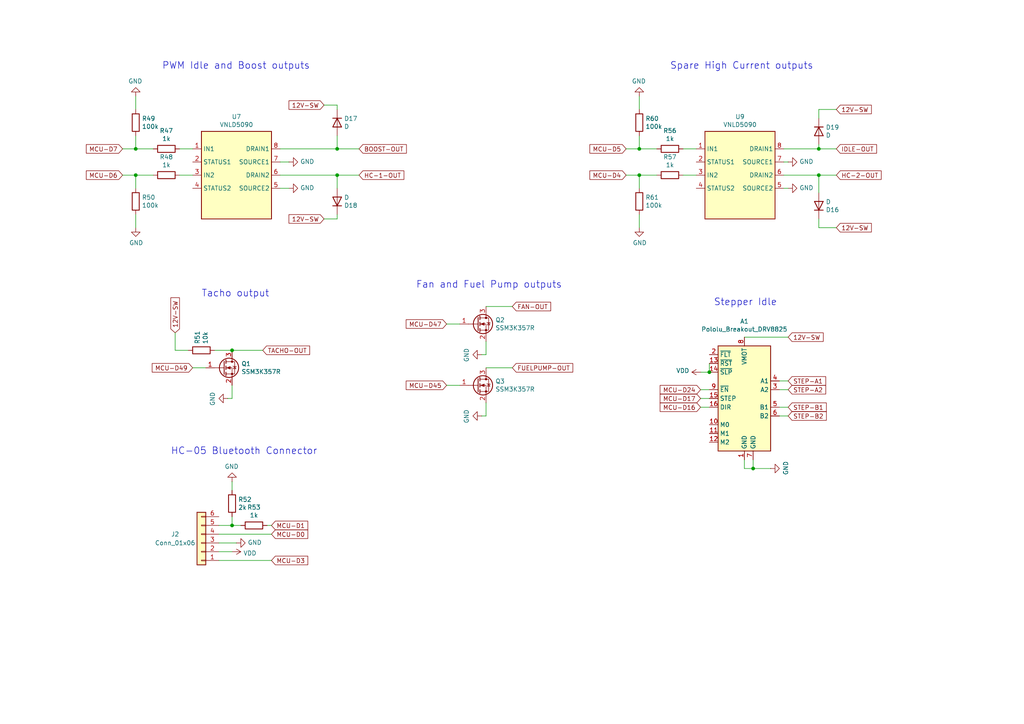
<source format=kicad_sch>
(kicad_sch (version 20250114) (generator "eeschema") (generator_version "9.0")
  (paper "A4")
  (title_block (title "0.4") (date "2021-03-27") (rev "4d") (company "Speeduino"))
  (lib_symbols
    (symbol "Connector_Generic:Conn_01x06" (pin_names (offset 1.016) (hide yes))
      (property "Reference" "J" (at 0 7.62 0))
      (property "Value" "Conn_01x06" (at 0 -10.16 0))
      (symbol "Conn_01x06_1_1"
        (rectangle (start -1.27 6.35) (end 1.27 -8.89) (stroke (width 0.254)) (fill (type background)))
        (rectangle (start -1.27 5.207) (end 0 4.953) (stroke (width 0.1524)))
        (rectangle (start -1.27 2.667) (end 0 2.413) (stroke (width 0.1524)))
        (rectangle (start -1.27 0.127) (end 0 -0.127) (stroke (width 0.1524)))
        (rectangle (start -1.27 -2.413) (end 0 -2.667) (stroke (width 0.1524)))
        (rectangle (start -1.27 -4.953) (end 0 -5.207) (stroke (width 0.1524)))
        (rectangle (start -1.27 -7.493) (end 0 -7.747) (stroke (width 0.1524)))
        (pin passive line (at -5.08 5.08 0) (length 3.81) (name "Pin_1") (number "1"))
        (pin passive line (at -5.08 2.54 0) (length 3.81) (name "Pin_2") (number "2"))
        (pin passive line (at -5.08 0 0) (length 3.81) (name "Pin_3") (number "3"))
        (pin passive line (at -5.08 -2.54 0) (length 3.81) (name "Pin_4") (number "4"))
        (pin passive line (at -5.08 -5.08 0) (length 3.81) (name "Pin_5") (number "5"))
        (pin passive line (at -5.08 -7.62 0) (length 3.81) (name "Pin_6") (number "6"))
      )
    )
    (symbol "Device:D" (pin_numbers (hide yes)) (pin_names (offset 1.016) (hide yes))
      (property "Reference" "D" (at 0 2.54 0))
      (property "Value" "D" (at 0 -2.54 0))
      (symbol "D_0_1"
        (polyline (pts (xy -1.27 1.27) (xy -1.27 -1.27)) (stroke (width 0.254)))
        (polyline (pts (xy 1.27 1.27) (xy 1.27 -1.27) (xy -1.27 0) (xy 1.27 1.27)) (stroke (width 0.254)))
        (polyline (pts (xy 1.27 0) (xy -1.27 0)))
      )
      (symbol "D_1_1"
        (pin passive line (at -3.81 0 0) (length 2.54) (name "K") (number "1"))
        (pin passive line (at 3.81 0 180) (length 2.54) (name "A") (number "2"))
      )
    )
    (symbol "Device:R" (pin_numbers (hide yes)) (pin_names (offset 0))
      (property "Reference" "R" (at 2.032 0 90))
      (property "Value" "R" (at 0 0 90))
      (symbol "R_0_1"
        (rectangle (start -1.016 -2.54) (end 1.016 2.54) (stroke (width 0.254)))
      )
      (symbol "R_1_1"
        (pin passive line (at 0 3.81 270) (length 1.27) (name "~") (number "1"))
        (pin passive line (at 0 -3.81 90) (length 1.27) (name "~") (number "2"))
      )
    )
    (symbol "Driver_Motor:Pololu_Breakout_DRV8825"
      (property "Reference" "A" (at -2.54 16.51 0))
      (property "Value" "Pololu_Breakout_DRV8825" (at -2.54 13.97 0))
      (symbol "Pololu_Breakout_DRV8825_0_1"
        (rectangle (start 7.62 -17.78) (end -7.62 12.7) (stroke (width 0.254)) (fill (type background)))
      )
      (symbol "Pololu_Breakout_DRV8825_1_1"
        (pin output line (at -10.16 10.16 0) (length 2.54) (name "~{FLT}") (number "2"))
        (pin input line (at -10.16 7.62 0) (length 2.54) (name "~{RST}") (number "13"))
        (pin input line (at -10.16 5.08 0) (length 2.54) (name "~{SLP}") (number "14"))
        (pin input line (at -10.16 0 0) (length 2.54) (name "~{EN}") (number "9"))
        (pin input line (at -10.16 -2.54 0) (length 2.54) (name "STEP") (number "15"))
        (pin input line (at -10.16 -5.08 0) (length 2.54) (name "DIR") (number "16"))
        (pin input line (at -10.16 -10.16 0) (length 2.54) (name "M0") (number "10"))
        (pin input line (at -10.16 -12.7 0) (length 2.54) (name "M1") (number "11"))
        (pin input line (at -10.16 -15.24 0) (length 2.54) (name "M2") (number "12"))
        (pin power_in line (at 0 15.24 270) (length 2.54) (name "VMOT") (number "8"))
        (pin power_in line (at 0 -20.32 90) (length 2.54) (name "GND") (number "1"))
        (pin power_in line (at 2.54 -20.32 90) (length 2.54) (name "GND") (number "7"))
        (pin output line (at 10.16 2.54 180) (length 2.54) (name "A1") (number "4"))
        (pin output line (at 10.16 0 180) (length 2.54) (name "A2") (number "3"))
        (pin output line (at 10.16 -5.08 180) (length 2.54) (name "B1") (number "5"))
        (pin output line (at 10.16 -7.62 180) (length 2.54) (name "B2") (number "6"))
      )
    )
    (symbol "IC_Automotive:VNLD5090"
      (property "Reference" "U" (at -7.62 11.43 0))
      (property "Value" "VNLD5090" (at 12.7 11.43 0))
      (symbol "VNLD5090_0_1"
        (rectangle (start -7.62 -15.24) (end 12.7 10.16) (stroke (width 0.254)) (fill (type background)))
      )
      (symbol "VNLD5090_1_1"
        (pin input line (at -10.16 5.08 0) (length 2.54) (name "IN1") (number "1"))
        (pin output line (at -10.16 1.27 0) (length 2.54) (name "STATUS1") (number "2"))
        (pin input line (at -10.16 -2.54 0) (length 2.54) (name "IN2") (number "3"))
        (pin output line (at -10.16 -6.35 0) (length 2.54) (name "STATUS2") (number "4"))
        (pin output line (at 15.24 5.08 180) (length 2.54) (name "DRAIN1") (number "8"))
        (pin input line (at 15.24 1.27 180) (length 2.54) (name "SOURCE1") (number "7"))
        (pin output line (at 15.24 -2.54 180) (length 2.54) (name "DRAIN2") (number "6"))
        (pin input line (at 15.24 -6.35 180) (length 2.54) (name "SOURCE2") (number "5"))
      )
    )
    (symbol "Transistor_FET:2N7002" (pin_names (hide yes))
      (property "Reference" "Q" (at 5.08 1.905 0))
      (property "Value" "2N7002" (at 5.08 0 0))
      (symbol "2N7002_0_1"
        (polyline (pts (xy 0.254 1.905) (xy 0.254 -1.905)) (stroke (width 0.254)))
        (polyline (pts (xy 0.254 0) (xy -2.54 0)))
        (polyline (pts (xy 0.762 2.286) (xy 0.762 1.27)) (stroke (width 0.254)))
        (polyline (pts (xy 0.762 0.508) (xy 0.762 -0.508)) (stroke (width 0.254)))
        (polyline (pts (xy 0.762 -1.27) (xy 0.762 -2.286)) (stroke (width 0.254)))
        (polyline (pts (xy 0.762 -1.778) (xy 3.302 -1.778) (xy 3.302 1.778) (xy 0.762 1.778)))
        (polyline (pts (xy 1.016 0) (xy 2.032 0.381) (xy 2.032 -0.381) (xy 1.016 0)) (fill (type outline)))
        (circle (center 1.651 0) (radius 2.794) (stroke (width 0.254)))
        (polyline (pts (xy 2.54 2.54) (xy 2.54 1.778)))
        (circle (center 2.54 1.778) (radius 0.254) (fill (type outline)))
        (circle (center 2.54 -1.778) (radius 0.254) (fill (type outline)))
        (polyline (pts (xy 2.54 -2.54) (xy 2.54 0) (xy 0.762 0)))
        (polyline (pts (xy 2.794 0.508) (xy 2.921 0.381) (xy 3.683 0.381) (xy 3.81 0.254)))
        (polyline (pts (xy 3.302 0.381) (xy 2.921 -0.254) (xy 3.683 -0.254) (xy 3.302 0.381)))
      )
      (symbol "2N7002_1_1"
        (pin input line (at -5.08 0 0) (length 2.54) (name "G") (number "1"))
        (pin passive line (at 2.54 5.08 270) (length 2.54) (name "D") (number "3"))
        (pin passive line (at 2.54 -5.08 90) (length 2.54) (name "S") (number "2"))
      )
    )
    (symbol "power:GND" (power) (pin_numbers (hide yes)) (pin_names (offset 0) (hide yes))
      (property "Value" "GND" (at 0 -3.81 0))
      (symbol "GND_0_1"
        (polyline (pts (xy 0 0) (xy 0 -1.27) (xy 1.27 -1.27) (xy 0 -2.54) (xy -1.27 -1.27) (xy 0 -1.27)))
      )
      (symbol "GND_1_1"
        (pin power_in line (at 0 0 270) (length 0) (name "~") (number "1"))
      )
    )
    (symbol "power:VDD" (power) (pin_numbers (hide yes)) (pin_names (offset 0) (hide yes))
      (property "Value" "VDD" (at 0 3.556 0))
      (symbol "VDD_0_1"
        (polyline (pts (xy -0.762 1.27) (xy 0 2.54)))
        (polyline (pts (xy 0 2.54) (xy 0.762 1.27)))
        (polyline (pts (xy 0 0) (xy 0 2.54)))
      )
      (symbol "VDD_1_1"
        (pin power_in line (at 0 0 90) (length 0) (name "~") (number "1"))
      )
    )
  )
  (text "Stepper Idle" (at 207.01 88.9 0) (effects (font (size 1.9812 1.9812)) (justify left bottom)))
  (text "HC-05 Bluetooth Connector" (at 49.53 132.08 0) (effects (font (size 1.9812 1.9812)) (justify left bottom)))
  (text "Spare High Current outputs" (at 194.31 20.32 0) (effects (font (size 1.9812 1.9812)) (justify left bottom)))
  (text "Fan and Fuel Pump outputs" (at 120.65 83.82 0) (effects (font (size 1.9812 1.9812)) (justify left bottom)))
  (text "PWM Idle and Boost outputs" (at 46.99 20.32 0) (effects (font (size 1.9812 1.9812)) (justify left bottom)))
  (text "Tacho output" (at 58.42 86.36 0) (effects (font (size 1.9812 1.9812)) (justify left bottom)))
  (junction (at 39.37 43.18))
  (junction (at 205.74 107.95))
  (junction (at 185.42 43.18))
  (junction (at 218.44 135.89))
  (junction (at 237.49 50.8))
  (junction (at 97.79 43.18))
  (junction (at 185.42 50.8))
  (junction (at 67.31 152.4))
  (junction (at 39.37 50.8))
  (junction (at 97.79 50.8))
  (junction (at 67.31 101.6))
  (junction (at 237.49 43.18))
  (wire (pts (xy 97.79 50.8) (xy 97.79 54.61)))
  (wire (pts (xy 50.8 96.52) (xy 50.8 101.6)))
  (wire (pts (xy 63.5 152.4) (xy 67.31 152.4)))
  (wire (pts (xy 226.06 110.49) (xy 228.6 110.49)))
  (wire (pts (xy 215.9 135.89) (xy 215.9 133.35)))
  (wire (pts (xy 237.49 66.04) (xy 237.49 63.5)))
  (wire (pts (xy 39.37 50.8) (xy 44.45 50.8)))
  (wire (pts (xy 181.61 50.8) (xy 185.42 50.8)))
  (wire (pts (xy 205.74 107.95) (xy 205.74 105.41)))
  (wire (pts (xy 237.49 50.8) (xy 237.49 55.88)))
  (wire (pts (xy 228.6 113.03) (xy 226.06 113.03)))
  (wire (pts (xy 67.31 115.57) (xy 66.04 115.57)))
  (wire (pts (xy 198.12 50.8) (xy 201.93 50.8)))
  (wire (pts (xy 129.54 93.98) (xy 133.35 93.98)))
  (wire (pts (xy 203.2 113.03) (xy 205.74 113.03)))
  (wire (pts (xy 52.07 50.8) (xy 55.88 50.8)))
  (wire (pts (xy 226.06 118.11) (xy 228.6 118.11)))
  (wire (pts (xy 67.31 101.6) (xy 76.2 101.6)))
  (wire (pts (xy 215.9 97.79) (xy 228.6 97.79)))
  (wire (pts (xy 185.42 62.23) (xy 185.42 66.04)))
  (wire (pts (xy 228.6 54.61) (xy 227.33 54.61)))
  (wire (pts (xy 237.49 66.04) (xy 242.57 66.04)))
  (wire (pts (xy 97.79 39.37) (xy 97.79 43.18)))
  (wire (pts (xy 68.58 157.48) (xy 63.5 157.48)))
  (wire (pts (xy 52.07 43.18) (xy 55.88 43.18)))
  (wire (pts (xy 227.33 50.8) (xy 237.49 50.8)))
  (wire (pts (xy 67.31 160.02) (xy 63.5 160.02)))
  (wire (pts (xy 140.97 102.87) (xy 139.7 102.87)))
  (wire (pts (xy 190.5 43.18) (xy 185.42 43.18)))
  (wire (pts (xy 62.23 101.6) (xy 67.31 101.6)))
  (wire (pts (xy 44.45 43.18) (xy 39.37 43.18)))
  (wire (pts (xy 185.42 54.61) (xy 185.42 50.8)))
  (wire (pts (xy 67.31 152.4) (xy 69.85 152.4)))
  (wire (pts (xy 218.44 133.35) (xy 218.44 135.89)))
  (wire (pts (xy 185.42 31.75) (xy 185.42 27.94)))
  (wire (pts (xy 203.2 118.11) (xy 205.74 118.11)))
  (wire (pts (xy 228.6 120.65) (xy 226.06 120.65)))
  (wire (pts (xy 140.97 120.65) (xy 139.7 120.65)))
  (wire (pts (xy 129.54 111.76) (xy 133.35 111.76)))
  (wire (pts (xy 97.79 30.48) (xy 97.79 31.75)))
  (wire (pts (xy 140.97 116.84) (xy 140.97 120.65)))
  (wire (pts (xy 81.28 46.99) (xy 83.82 46.99)))
  (wire (pts (xy 35.56 50.8) (xy 39.37 50.8)))
  (wire (pts (xy 39.37 62.23) (xy 39.37 66.04)))
  (wire (pts (xy 237.49 31.75) (xy 242.57 31.75)))
  (wire (pts (xy 39.37 39.37) (xy 39.37 43.18)))
  (wire (pts (xy 203.2 107.95) (xy 205.74 107.95)))
  (wire (pts (xy 227.33 46.99) (xy 228.6 46.99)))
  (wire (pts (xy 218.44 135.89) (xy 215.9 135.89)))
  (wire (pts (xy 181.61 43.18) (xy 185.42 43.18)))
  (wire (pts (xy 185.42 39.37) (xy 185.42 43.18)))
  (wire (pts (xy 67.31 139.7) (xy 67.31 142.24)))
  (wire (pts (xy 78.74 154.94) (xy 63.5 154.94)))
  (wire (pts (xy 39.37 31.75) (xy 39.37 27.94)))
  (wire (pts (xy 93.98 30.48) (xy 97.79 30.48)))
  (wire (pts (xy 223.52 135.89) (xy 218.44 135.89)))
  (wire (pts (xy 97.79 43.18) (xy 81.28 43.18)))
  (wire (pts (xy 81.28 50.8) (xy 97.79 50.8)))
  (wire (pts (xy 237.49 43.18) (xy 242.57 43.18)))
  (wire (pts (xy 77.47 152.4) (xy 78.74 152.4)))
  (wire (pts (xy 97.79 62.23) (xy 97.79 63.5)))
  (wire (pts (xy 63.5 162.56) (xy 78.74 162.56)))
  (wire (pts (xy 205.74 115.57) (xy 203.2 115.57)))
  (wire (pts (xy 67.31 149.86) (xy 67.31 152.4)))
  (wire (pts (xy 104.14 43.18) (xy 97.79 43.18)))
  (wire (pts (xy 185.42 50.8) (xy 190.5 50.8)))
  (wire (pts (xy 198.12 43.18) (xy 201.93 43.18)))
  (wire (pts (xy 237.49 31.75) (xy 237.49 34.29)))
  (wire (pts (xy 237.49 50.8) (xy 242.57 50.8)))
  (wire (pts (xy 140.97 106.68) (xy 148.59 106.68)))
  (wire (pts (xy 97.79 63.5) (xy 93.98 63.5)))
  (wire (pts (xy 237.49 41.91) (xy 237.49 43.18)))
  (wire (pts (xy 227.33 43.18) (xy 237.49 43.18)))
  (wire (pts (xy 55.88 106.68) (xy 59.69 106.68)))
  (wire (pts (xy 67.31 111.76) (xy 67.31 115.57)))
  (wire (pts (xy 97.79 50.8) (xy 104.14 50.8)))
  (wire (pts (xy 39.37 54.61) (xy 39.37 50.8)))
  (wire (pts (xy 140.97 88.9) (xy 148.59 88.9)))
  (wire (pts (xy 50.8 101.6) (xy 54.61 101.6)))
  (wire (pts (xy 35.56 43.18) (xy 39.37 43.18)))
  (wire (pts (xy 83.82 54.61) (xy 81.28 54.61)))
  (wire (pts (xy 140.97 99.06) (xy 140.97 102.87)))
  (global_label "MCU-D1" (shape input) (at 78.74 152.4 0) (property "Intersheetrefs" "${INTERSHEET_REFS}" (effects (hide yes))))
  (global_label "MCU-D5" (shape input) (at 181.61 43.18 180) (property "Intersheetrefs" "${INTERSHEET_REFS}" (effects (hide yes))))
  (global_label "MCU-D17" (shape input) (at 203.2 115.57 180) (property "Intersheetrefs" "${INTERSHEET_REFS}" (effects (hide yes))))
  (global_label "12V-SW" (shape input) (at 228.6 97.79 0) (property "Intersheetrefs" "${INTERSHEET_REFS}" (effects (hide yes))))
  (global_label "MCU-D45" (shape input) (at 129.54 111.76 180) (property "Intersheetrefs" "${INTERSHEET_REFS}" (effects (hide yes))))
  (global_label "MCU-D49" (shape input) (at 55.88 106.68 180) (property "Intersheetrefs" "${INTERSHEET_REFS}" (effects (hide yes))))
  (global_label "12V-SW" (shape input) (at 50.8 96.52 90) (property "Intersheetrefs" "${INTERSHEET_REFS}" (effects (hide yes))))
  (global_label "STEP-A2" (shape input) (at 228.6 113.03 0) (property "Intersheetrefs" "${INTERSHEET_REFS}" (effects (hide yes))))
  (global_label "FUELPUMP-OUT" (shape input) (at 148.59 106.68 0) (property "Intersheetrefs" "${INTERSHEET_REFS}" (effects (hide yes))))
  (global_label "MCU-D4" (shape input) (at 181.61 50.8 180) (property "Intersheetrefs" "${INTERSHEET_REFS}" (effects (hide yes))))
  (global_label "MCU-D24" (shape input) (at 203.2 113.03 180) (property "Intersheetrefs" "${INTERSHEET_REFS}" (effects (hide yes))))
  (global_label "STEP-B2" (shape input) (at 228.6 120.65 0) (property "Intersheetrefs" "${INTERSHEET_REFS}" (effects (hide yes))))
  (global_label "HC-2-OUT" (shape input) (at 242.57 50.8 0) (property "Intersheetrefs" "${INTERSHEET_REFS}" (effects (hide yes))))
  (global_label "TACHO-OUT" (shape input) (at 76.2 101.6 0) (property "Intersheetrefs" "${INTERSHEET_REFS}" (effects (hide yes))))
  (global_label "BOOST-OUT" (shape input) (at 104.14 43.18 0) (property "Intersheetrefs" "${INTERSHEET_REFS}" (effects (hide yes))))
  (global_label "STEP-B1" (shape input) (at 228.6 118.11 0) (property "Intersheetrefs" "${INTERSHEET_REFS}" (effects (hide yes))))
  (global_label "STEP-A1" (shape input) (at 228.6 110.49 0) (property "Intersheetrefs" "${INTERSHEET_REFS}" (effects (hide yes))))
  (global_label "MCU-D16" (shape input) (at 203.2 118.11 180) (property "Intersheetrefs" "${INTERSHEET_REFS}" (effects (hide yes))))
  (global_label "12V-SW" (shape input) (at 93.98 63.5 180) (property "Intersheetrefs" "${INTERSHEET_REFS}" (effects (hide yes))))
  (global_label "MCU-D0" (shape input) (at 78.74 154.94 0) (property "Intersheetrefs" "${INTERSHEET_REFS}" (effects (hide yes))))
  (global_label "HC-1-OUT" (shape input) (at 104.14 50.8 0) (property "Intersheetrefs" "${INTERSHEET_REFS}" (effects (hide yes))))
  (global_label "IDLE-OUT" (shape input) (at 242.57 43.18 0) (property "Intersheetrefs" "${INTERSHEET_REFS}" (effects (hide yes))))
  (global_label "FAN-OUT" (shape input) (at 148.59 88.9 0) (property "Intersheetrefs" "${INTERSHEET_REFS}" (effects (hide yes))))
  (global_label "12V-SW" (shape input) (at 93.98 30.48 180) (property "Intersheetrefs" "${INTERSHEET_REFS}" (effects (hide yes))))
  (global_label "MCU-D7" (shape input) (at 35.56 43.18 180) (property "Intersheetrefs" "${INTERSHEET_REFS}" (effects (hide yes))))
  (global_label "MCU-D3" (shape input) (at 78.74 162.56 0) (property "Intersheetrefs" "${INTERSHEET_REFS}" (effects (hide yes))))
  (global_label "MCU-D6" (shape input) (at 35.56 50.8 180) (property "Intersheetrefs" "${INTERSHEET_REFS}" (effects (hide yes))))
  (global_label "12V-SW" (shape input) (at 242.57 66.04 0) (property "Intersheetrefs" "${INTERSHEET_REFS}" (effects (hide yes))))
  (global_label "12V-SW" (shape input) (at 242.57 31.75 0) (property "Intersheetrefs" "${INTERSHEET_REFS}" (effects (hide yes))))
  (global_label "MCU-D47" (shape input) (at 129.54 93.98 180) (property "Intersheetrefs" "${INTERSHEET_REFS}" (effects (hide yes))))
  (symbol (lib_id "Device:D") (at 237.49 38.1 270) (unit 1)
    (property "Reference" "D19" (at 239.4966 36.9316 90) (effects (justify left)))
    (property "Value" "D" (at 239.4966 39.243 90) (effects (justify left)))
    (property "Footprint" "Diode_SMD:D_SOD-123F" (effects (hide yes)))
    (property "Digikey Part Number" "S110FACT-ND" (effects (hide yes)))
    (property "Manufacturer_Name" "ONSEMI" (effects (hide yes)))
    (property "Manufacturer_Part_Number" "S110FA" (effects (hide yes)))
    (property "URL" "https://www.digikey.com/en/products/detail/on-semiconductor/S110FA/5892098" (effects (hide yes)))
  )
  (symbol (lib_id "IC_Automotive:VNLD5090") (at 66.04 48.26 0) (unit 1)
    (property "Reference" "U7" (at 68.58 33.8582 0))
    (property "Value" "VNLD5090" (at 68.58 36.1696 0))
    (property "Footprint" "Package_SO:SO-8_3.9x4.9mm_P1.27mm" (effects (hide yes)))
    (property "Datasheet" "https://www.st.com/resource/en/datasheet/vnld5090-e.pdf" (effects (hide yes)))
    (property "Description" "25A dual low-side MOSFET driver, SO-8" (effects (hide yes)))
    (property "Manufacturer_Name" "STMicro" (effects (hide yes)))
    (property "Manufacturer_Part_Number" "VNLD5090-E" (effects (hide yes)))
    (property "URL" "https://www.digikey.com.au/products/en?keywords=VNLD5090-E" (effects (hide yes)))
    (property "Digikey Part Number" "497-18682-ND" (effects (hide yes)))
  )
  (symbol (lib_id "Device:R") (at 48.26 43.18 270) (unit 1)
    (property "Reference" "R47" (at 48.26 37.9222 90))
    (property "Value" "1k" (at 48.26 40.2336 90))
    (property "Footprint" "Resistor_SMD:R_0805_2012Metric" (effects (hide yes)))
    (property "Digikey Part Number" "311-1.00KCRCT-ND" (effects (hide yes)))
    (property "Manufacturer_Name" "Yageo" (effects (hide yes)))
    (property "Manufacturer_Part_Number" "RC0805FR-071KL" (effects (hide yes)))
    (property "URL" "https://www.digikey.com/product-detail/en/yageo/RC0805FR-071KL/311-1.00KCRCT-ND/730391" (effects (hide yes)))
  )
  (symbol (lib_id "Device:R") (at 48.26 50.8 270) (unit 1)
    (property "Reference" "R48" (at 48.26 45.5422 90))
    (property "Value" "1k" (at 48.26 47.8536 90))
    (property "Footprint" "Resistor_SMD:R_0805_2012Metric" (effects (hide yes)))
    (property "Digikey Part Number" "311-1.00KCRCT-ND" (effects (hide yes)))
    (property "Manufacturer_Name" "Yageo" (effects (hide yes)))
    (property "Manufacturer_Part_Number" "RC0805FR-071KL" (effects (hide yes)))
    (property "URL" "https://www.digikey.com/product-detail/en/yageo/RC0805FR-071KL/311-1.00KCRCT-ND/730391" (effects (hide yes)))
  )
  (symbol (lib_id "Device:R") (at 39.37 58.42 180) (unit 1)
    (property "Reference" "R50" (at 41.148 57.2516 0) (effects (justify right)))
    (property "Value" "100k" (at 41.148 59.563 0) (effects (justify right)))
    (property "Footprint" "Resistor_SMD:R_0805_2012Metric" (effects (hide yes)))
    (property "Digikey Part Number" "311-100KCRCT-ND" (effects (hide yes)))
    (property "Manufacturer_Name" "Yageo" (effects (hide yes)))
    (property "Manufacturer_Part_Number" "RC0805FR-07100KL" (effects (hide yes)))
    (property "URL" "https://www.digikey.com/product-detail/en/yageo/RC0805FR-07100KL/311-100KCRCT-ND/730491" (effects (hide yes)))
  )
  (symbol (lib_id "Device:R") (at 39.37 35.56 180) (unit 1)
    (property "Reference" "R49" (at 41.148 34.3916 0) (effects (justify right)))
    (property "Value" "100k" (at 41.148 36.703 0) (effects (justify right)))
    (property "Footprint" "Resistor_SMD:R_0805_2012Metric" (effects (hide yes)))
    (property "Digikey Part Number" "311-100KCRCT-ND" (effects (hide yes)))
    (property "Manufacturer_Name" "Yageo" (effects (hide yes)))
    (property "Manufacturer_Part_Number" "RC0805FR-07100KL" (effects (hide yes)))
    (property "URL" "https://www.digikey.com/product-detail/en/yageo/RC0805FR-07100KL/311-100KCRCT-ND/730491" (effects (hide yes)))
  )
  (symbol (lib_id "power:GND") (at 39.37 27.94 180) (unit 1)
    (property "Reference" "#PWR056" (effects (hide yes)))
    (property "Value" "GND" (at 39.243 23.5458 0))
  )
  (symbol (lib_id "power:GND") (at 39.37 66.04 0) (unit 1)
    (property "Reference" "#PWR057" (effects (hide yes)))
    (property "Value" "GND" (at 39.497 70.4342 0))
  )
  (symbol (lib_id "power:GND") (at 83.82 46.99 90) (unit 1)
    (property "Reference" "#PWR058" (effects (hide yes)))
    (property "Value" "GND" (at 87.0712 46.863 90) (effects (justify right)))
  )
  (symbol (lib_id "power:GND") (at 83.82 54.61 90) (unit 1)
    (property "Reference" "#PWR059" (effects (hide yes)))
    (property "Value" "GND" (at 87.0712 54.483 90) (effects (justify right)))
  )
  (symbol (lib_id "IC_Automotive:VNLD5090") (at 212.09 48.26 0) (unit 1)
    (property "Reference" "U9" (at 214.63 33.8582 0))
    (property "Value" "VNLD5090" (at 214.63 36.1696 0))
    (property "Footprint" "Package_SO:SO-8_3.9x4.9mm_P1.27mm" (effects (hide yes)))
    (property "Datasheet" "https://www.st.com/resource/en/datasheet/vnld5090-e.pdf" (effects (hide yes)))
    (property "Description" "25A dual low-side MOSFET driver, SO-8" (effects (hide yes)))
    (property "Manufacturer_Name" "STMicro" (effects (hide yes)))
    (property "Manufacturer_Part_Number" "VNLD5090-E" (effects (hide yes)))
    (property "URL" "https://www.digikey.com.au/products/en?keywords=VNLD5090-E" (effects (hide yes)))
    (property "Digikey Part Number" "497-18682-ND" (effects (hide yes)))
  )
  (symbol (lib_id "Device:R") (at 194.31 43.18 270) (unit 1)
    (property "Reference" "R56" (at 194.31 37.9222 90))
    (property "Value" "1k" (at 194.31 40.2336 90))
    (property "Footprint" "Resistor_SMD:R_0805_2012Metric" (effects (hide yes)))
    (property "Digikey Part Number" "311-1.00KCRCT-ND" (effects (hide yes)))
    (property "Manufacturer_Name" "Yageo" (effects (hide yes)))
    (property "Manufacturer_Part_Number" "RC0805FR-071KL" (effects (hide yes)))
    (property "URL" "https://www.digikey.com/product-detail/en/yageo/RC0805FR-071KL/311-1.00KCRCT-ND/730391" (effects (hide yes)))
  )
  (symbol (lib_id "Device:R") (at 194.31 50.8 270) (unit 1)
    (property "Reference" "R57" (at 194.31 45.5422 90))
    (property "Value" "1k" (at 194.31 47.8536 90))
    (property "Footprint" "Resistor_SMD:R_0805_2012Metric" (effects (hide yes)))
    (property "Digikey Part Number" "311-1.00KCRCT-ND" (effects (hide yes)))
    (property "Manufacturer_Name" "Yageo" (effects (hide yes)))
    (property "Manufacturer_Part_Number" "RC0805FR-071KL" (effects (hide yes)))
    (property "URL" "https://www.digikey.com/product-detail/en/yageo/RC0805FR-071KL/311-1.00KCRCT-ND/730391" (effects (hide yes)))
  )
  (symbol (lib_id "Device:R") (at 185.42 58.42 180) (unit 1)
    (property "Reference" "R61" (at 187.198 57.2516 0) (effects (justify right)))
    (property "Value" "100k" (at 187.198 59.563 0) (effects (justify right)))
    (property "Footprint" "Resistor_SMD:R_0805_2012Metric" (effects (hide yes)))
    (property "Digikey Part Number" "311-100KCRCT-ND" (effects (hide yes)))
    (property "Manufacturer_Name" "Yageo" (effects (hide yes)))
    (property "Manufacturer_Part_Number" "RC0805FR-07100KL" (effects (hide yes)))
    (property "URL" "https://www.digikey.com/product-detail/en/yageo/RC0805FR-07100KL/311-100KCRCT-ND/730491" (effects (hide yes)))
  )
  (symbol (lib_id "Device:R") (at 185.42 35.56 180) (unit 1)
    (property "Reference" "R60" (at 187.198 34.3916 0) (effects (justify right)))
    (property "Value" "100k" (at 187.198 36.703 0) (effects (justify right)))
    (property "Footprint" "Resistor_SMD:R_0805_2012Metric" (effects (hide yes)))
    (property "Digikey Part Number" "311-100KCRCT-ND" (effects (hide yes)))
    (property "Manufacturer_Name" "Yageo" (effects (hide yes)))
    (property "Manufacturer_Part_Number" "RC0805FR-07100KL" (effects (hide yes)))
    (property "URL" "https://www.digikey.com/product-detail/en/yageo/RC0805FR-07100KL/311-100KCRCT-ND/730491" (effects (hide yes)))
  )
  (symbol (lib_id "power:GND") (at 185.42 27.94 180) (unit 1)
    (property "Reference" "#PWR065" (effects (hide yes)))
    (property "Value" "GND" (at 185.293 23.5458 0))
  )
  (symbol (lib_id "power:GND") (at 185.42 66.04 0) (unit 1)
    (property "Reference" "#PWR066" (effects (hide yes)))
    (property "Value" "GND" (at 185.547 70.4342 0))
  )
  (symbol (lib_id "power:GND") (at 228.6 46.99 90) (unit 1)
    (property "Reference" "#PWR069" (effects (hide yes)))
    (property "Value" "GND" (at 231.8512 46.863 90) (effects (justify right)))
  )
  (symbol (lib_id "power:GND") (at 228.6 54.61 90) (unit 1)
    (property "Reference" "#PWR070" (effects (hide yes)))
    (property "Value" "GND" (at 231.8512 54.483 90) (effects (justify right)))
  )
  (symbol (lib_id "Device:R") (at 58.42 101.6 270) (unit 1)
    (property "Reference" "R51" (at 57.2516 99.822 0) (effects (justify right)))
    (property "Value" "10k" (at 59.563 99.822 0) (effects (justify right)))
    (property "Footprint" "Resistor_SMD:R_0805_2012Metric" (effects (hide yes)))
    (property "Digikey Part Number" "311-10KARCT-ND" (effects (hide yes)))
    (property "Manufacturer_Name" "Yageo" (effects (hide yes)))
    (property "Manufacturer_Part_Number" "RC0805JR-0710KL" (effects (hide yes)))
    (property "URL" "https://www.digikey.com/product-detail/en/yageo/RC0805JR-0710KL/311-10KARCT-ND/731188" (effects (hide yes)))
  )
  (symbol (lib_id "Connector_Generic:Conn_01x06") (at 58.42 157.48 180) (unit 1)
    (property "Reference" "J2" (at 50.8 154.94 0))
    (property "Value" "Conn_01x06" (at 50.8 157.48 0))
    (property "Footprint" "Connector_PinHeader_2.54mm:PinHeader_1x06_P2.54mm_Vertical" (effects (hide yes)))
  )
  (symbol (lib_id "power:VDD") (at 67.31 160.02 270) (unit 1)
    (property "Reference" "#PWR061" (effects (hide yes)))
    (property "Value" "VDD" (at 70.5612 160.4518 90) (effects (justify left)))
  )
  (symbol (lib_id "power:GND") (at 68.58 157.48 90) (unit 1)
    (property "Reference" "#PWR062" (effects (hide yes)))
    (property "Value" "GND" (at 71.8312 157.353 90) (effects (justify right)))
  )
  (symbol (lib_id "Device:R") (at 73.66 152.4 270) (unit 1)
    (property "Reference" "R53" (at 73.66 147.1422 90))
    (property "Value" "1k" (at 73.66 149.4536 90))
    (property "Footprint" "Resistor_SMD:R_0805_2012Metric" (effects (hide yes)))
    (property "Digikey Part Number" "311-1.00KCRCT-ND" (effects (hide yes)))
    (property "Manufacturer_Name" "Yageo" (effects (hide yes)))
    (property "Manufacturer_Part_Number" "RC0805FR-071KL" (effects (hide yes)))
    (property "URL" "https://www.digikey.com/product-detail/en/yageo/RC0805FR-071KL/311-1.00KCRCT-ND/730391" (effects (hide yes)))
  )
  (symbol (lib_id "Device:R") (at 67.31 146.05 180) (unit 1)
    (property "Reference" "R52" (at 69.088 144.8816 0) (effects (justify right)))
    (property "Value" "2k" (at 69.088 147.193 0) (effects (justify right)))
    (property "Footprint" "Resistor_SMD:R_0805_2012Metric" (effects (hide yes)))
    (property "Digikey Part Number" "311-2.00KCRCT-ND" (effects (hide yes)))
    (property "Manufacturer_Name" "Yageo" (effects (hide yes)))
    (property "Manufacturer_Part_Number" "RC0805FR-072KL" (effects (hide yes)))
    (property "URL" "https://www.digikey.com/product-detail/en/yageo/RC0805FR-072KL/311-2.00KCRCT-ND/730611" (effects (hide yes)))
  )
  (symbol (lib_id "power:GND") (at 67.31 139.7 180) (unit 1)
    (property "Reference" "#PWR060" (effects (hide yes)))
    (property "Value" "GND" (at 67.183 135.3058 0))
  )
  (symbol (lib_id "Driver_Motor:Pololu_Breakout_DRV8825") (at 215.9 113.03 0) (unit 1)
    (property "Reference" "A1" (at 215.9 93.1926 0))
    (property "Value" "Pololu_Breakout_DRV8825" (at 215.9 95.504 0))
    (property "Footprint" "Module:Pololu_Breakout-16_15.2x20.3mm" (effects (hide yes)))
    (property "Datasheet" "https://www.pololu.com/product/2982" (effects (hide yes)))
  )
  (symbol (lib_id "power:GND") (at 223.52 135.89 90) (unit 1)
    (property "Reference" "#PWR0110" (effects (hide yes)))
    (property "Value" "GND" (at 227.9142 135.763 0))
  )
  (symbol (lib_id "power:VDD") (at 203.2 107.95 90) (unit 1)
    (property "Reference" "#PWR0111" (effects (hide yes)))
    (property "Value" "VDD" (at 199.9488 107.5182 90) (effects (justify left)))
  )
  (symbol (lib_id "Transistor_FET:2N7002") (at 64.77 106.68 0) (unit 1)
    (property "Reference" "Q1" (at 70.0024 105.5116 0) (effects (justify left)))
    (property "Value" "SSM3K357R" (at 70.0024 107.823 0) (effects (justify left)))
    (property "Footprint" "Package_TO_SOT_SMD:SOT-23" (effects (hide yes)))
    (property "Datasheet" "https://www.mouser.com/datasheet/2/408/SSM3K357R_datasheet_en_20180124-1316146.pdf" (effects (hide yes)))
    (property "Digikey Part Number" "SSM3K357RLFCT-ND " (effects (hide yes)))
    (property "Manufacturer_Name" "Toshiba" (effects (hide yes)))
    (property "Manufacturer_Part_Number" "SSM3K357R" (effects (hide yes)))
    (property "URL" "https://www.digikey.com.au/product-detail/en/toshiba-semiconductor-and-storage/SSM3K357RLF/SSM3K357RLFCT-ND/8611183" (effects (hide yes)))
  )
  (symbol (lib_id "Transistor_FET:2N7002") (at 138.43 111.76 0) (unit 1)
    (property "Reference" "Q3" (at 143.6624 110.5916 0) (effects (justify left)))
    (property "Value" "SSM3K357R" (at 143.6624 112.903 0) (effects (justify left)))
    (property "Footprint" "Package_TO_SOT_SMD:SOT-23" (effects (hide yes)))
    (property "Datasheet" "https://www.mouser.com/datasheet/2/408/SSM3K357R_datasheet_en_20180124-1316146.pdf" (effects (hide yes)))
    (property "Digikey Part Number" "SSM3K357RLFCT-ND " (effects (hide yes)))
    (property "Manufacturer_Name" "Toshiba" (effects (hide yes)))
    (property "Manufacturer_Part_Number" "SSM3K357R" (effects (hide yes)))
    (property "URL" "https://www.digikey.com.au/product-detail/en/toshiba-semiconductor-and-storage/SSM3K357RLF/SSM3K357RLFCT-ND/8611183" (effects (hide yes)))
  )
  (symbol (lib_id "Transistor_FET:2N7002") (at 138.43 93.98 0) (unit 1)
    (property "Reference" "Q2" (at 143.6624 92.8116 0) (effects (justify left)))
    (property "Value" "SSM3K357R" (at 143.6624 95.123 0) (effects (justify left)))
    (property "Footprint" "Package_TO_SOT_SMD:SOT-23" (effects (hide yes)))
    (property "Datasheet" "https://www.mouser.com/datasheet/2/408/SSM3K357R_datasheet_en_20180124-1316146.pdf" (effects (hide yes)))
    (property "Digikey Part Number" "SSM3K357RLFCT-ND " (effects (hide yes)))
    (property "Manufacturer_Name" "Toshiba" (effects (hide yes)))
    (property "Manufacturer_Part_Number" "SSM3K357R" (effects (hide yes)))
    (property "URL" "https://www.digikey.com.au/product-detail/en/toshiba-semiconductor-and-storage/SSM3K357RLF/SSM3K357RLFCT-ND/8611183" (effects (hide yes)))
  )
  (symbol (lib_id "power:GND") (at 139.7 120.65 270) (unit 1)
    (property "Reference" "#PWR0112" (effects (hide yes)))
    (property "Value" "GND" (at 135.3058 120.777 0))
  )
  (symbol (lib_id "power:GND") (at 139.7 102.87 270) (unit 1)
    (property "Reference" "#PWR0113" (effects (hide yes)))
    (property "Value" "GND" (at 135.3058 102.997 0))
  )
  (symbol (lib_id "power:GND") (at 66.04 115.57 270) (unit 1)
    (property "Reference" "#PWR0114" (effects (hide yes)))
    (property "Value" "GND" (at 61.6458 115.697 0))
  )
  (symbol (lib_id "Device:D") (at 237.49 59.69 270) (mirror x) (unit 1)
    (property "Reference" "D16" (at 239.4966 60.8584 90) (effects (justify left)))
    (property "Value" "D" (at 239.4966 58.547 90) (effects (justify left)))
    (property "Footprint" "Diode_SMD:D_SOD-123F" (effects (hide yes)))
    (property "Digikey Part Number" "S110FACT-ND" (effects (hide yes)))
    (property "Manufacturer_Name" "ONSEMI" (effects (hide yes)))
    (property "Manufacturer_Part_Number" "S110FA" (effects (hide yes)))
    (property "URL" "https://www.digikey.com/en/products/detail/on-semiconductor/S110FA/5892098" (effects (hide yes)))
  )
  (symbol (lib_id "Device:D") (at 97.79 35.56 270) (unit 1)
    (property "Reference" "D17" (at 99.7966 34.3916 90) (effects (justify left)))
    (property "Value" "D" (at 99.7966 36.703 90) (effects (justify left)))
    (property "Footprint" "Diode_SMD:D_SOD-123F" (effects (hide yes)))
    (property "Digikey Part Number" "S110FACT-ND" (effects (hide yes)))
    (property "Manufacturer_Name" "ONSEMI" (effects (hide yes)))
    (property "Manufacturer_Part_Number" "S110FA" (effects (hide yes)))
    (property "URL" "https://www.digikey.com/en/products/detail/on-semiconductor/S110FA/5892098" (effects (hide yes)))
  )
  (symbol (lib_id "Device:D") (at 97.79 58.42 270) (mirror x) (unit 1)
    (property "Reference" "D18" (at 99.7966 59.5884 90) (effects (justify left)))
    (property "Value" "D" (at 99.7966 57.277 90) (effects (justify left)))
    (property "Footprint" "Diode_SMD:D_SOD-123F" (effects (hide yes)))
    (property "Digikey Part Number" "S110FACT-ND" (effects (hide yes)))
    (property "Manufacturer_Name" "ONSEMI" (effects (hide yes)))
    (property "Manufacturer_Part_Number" "S110FA" (effects (hide yes)))
    (property "URL" "https://www.digikey.com/en/products/detail/on-semiconductor/S110FA/5892098" (effects (hide yes)))
  )
)
</source>
